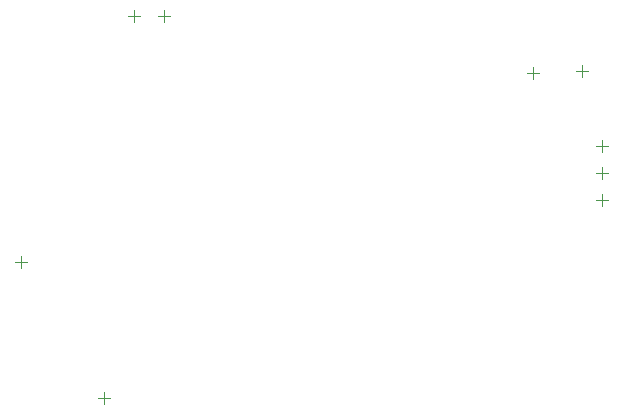
<source format=gbr>
%TF.GenerationSoftware,Altium Limited,Altium Designer,22.9.1 (49)*%
G04 Layer_Color=0*
%FSLAX23Y23*%
%MOIN*%
%TF.SameCoordinates,7E49B892-F471-4493-957F-970E4ADD815D*%
%TF.FilePolarity,Positive*%
%TF.FileFunction,Other,Top_Component_Center*%
%TF.Part,Single*%
G01*
G75*
%TA.AperFunction,NonConductor*%
%ADD70C,0.004*%
D70*
X1900Y2595D02*
Y2635D01*
X1880Y2615D02*
X1920D01*
X2080Y3889D02*
X2120D01*
X2100Y3869D02*
Y3909D01*
X1605Y3070D02*
X1645D01*
X1625Y3050D02*
Y3090D01*
X3311Y3700D02*
X3351D01*
X3331Y3680D02*
Y3720D01*
X3475Y3705D02*
X3514D01*
X3495Y3685D02*
Y3725D01*
X3540Y3455D02*
X3580D01*
X3560Y3435D02*
Y3475D01*
X3540Y3365D02*
X3580D01*
X3560Y3345D02*
Y3385D01*
X3541Y3275D02*
X3580D01*
X3560Y3255D02*
Y3295D01*
X2000Y3870D02*
Y3910D01*
X1980Y3890D02*
X2020D01*
%TF.MD5,94f48f491bc9c2d078fca94583be68ae*%
M02*

</source>
